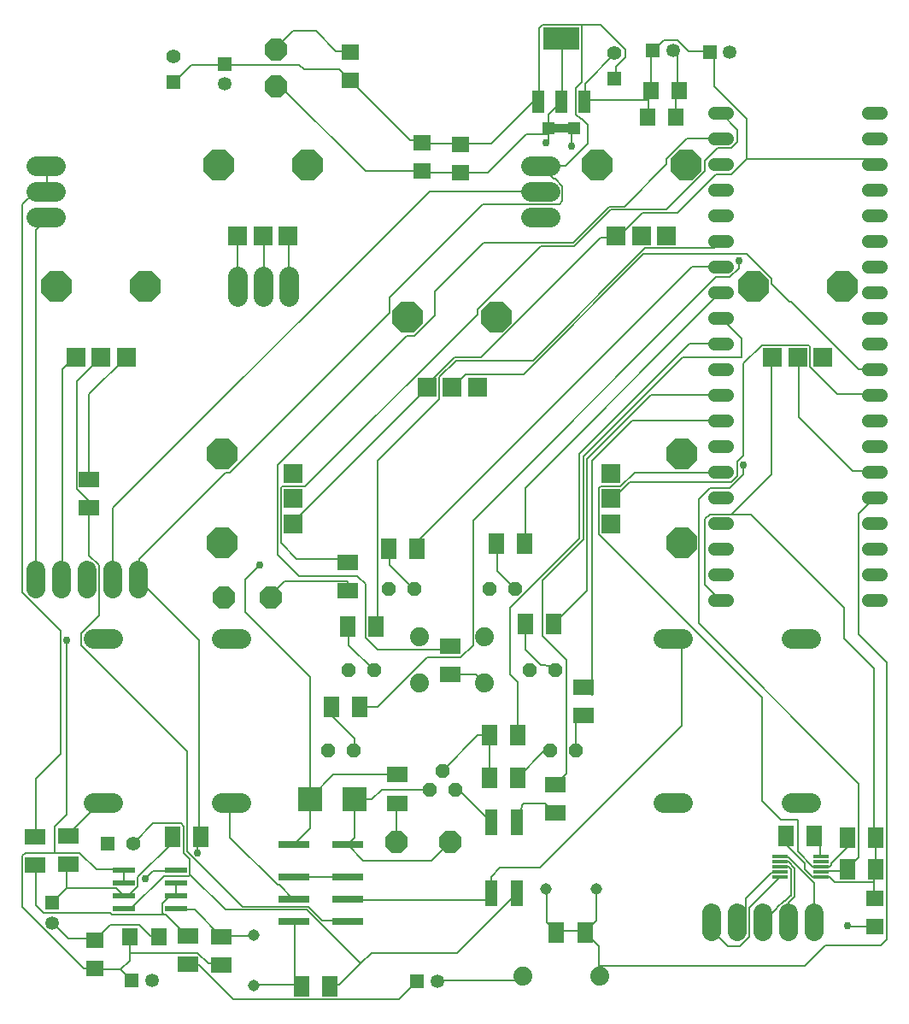
<source format=gbr>
G04 EAGLE Gerber X2 export*
%TF.Part,Single*%
%TF.FileFunction,Copper,L1,Top,Mixed*%
%TF.FilePolarity,Positive*%
%TF.GenerationSoftware,Autodesk,EAGLE,9.2.2*%
%TF.CreationDate,2019-03-16T21:44:51Z*%
G75*
%MOMM*%
%FSLAX34Y34*%
%LPD*%
%INTop Copper*%
%AMOC8*
5,1,8,0,0,1.08239X$1,22.5*%
G01*
%ADD10P,2.336880X8X202.500000*%
%ADD11R,1.350000X1.350000*%
%ADD12C,1.350000*%
%ADD13R,1.800000X1.600000*%
%ADD14R,1.600000X1.800000*%
%ADD15R,2.400000X2.400000*%
%ADD16C,1.408000*%
%ADD17R,1.408000X1.408000*%
%ADD18C,1.950000*%
%ADD19R,3.100000X0.800000*%
%ADD20R,1.270000X2.540000*%
%ADD21P,2.336880X8X22.500000*%
%ADD22P,1.429621X8X22.500000*%
%ADD23R,2.000000X1.600000*%
%ADD24R,1.600000X2.000000*%
%ADD25C,1.308000*%
%ADD26R,1.879600X1.879600*%
%ADD27P,3.247170X8X292.500000*%
%ADD28P,3.247170X8X22.500000*%
%ADD29P,3.247170X8X202.500000*%
%ADD30R,1.524000X0.330200*%
%ADD31R,1.270000X1.270000*%
%ADD32C,0.812800*%
%ADD33R,1.219200X2.235200*%
%ADD34R,3.600000X2.200000*%
%ADD35P,1.429621X8X202.500000*%
%ADD36C,1.879600*%
%ADD37C,1.955800*%
%ADD38C,1.879600*%
%ADD39R,2.200000X0.600000*%
%ADD40C,1.143000*%
%ADD41C,0.152400*%
%ADD42C,0.756400*%


D10*
X267672Y964694D03*
X267672Y928475D03*
D11*
X697770Y962330D03*
D12*
X717770Y962330D03*
D13*
X412595Y872038D03*
X412595Y844038D03*
X450737Y870599D03*
X450737Y842599D03*
D14*
X636299Y897536D03*
X664299Y897536D03*
X639425Y923765D03*
X667425Y923765D03*
D11*
X641639Y964091D03*
D12*
X661639Y964091D03*
D11*
X217134Y950560D03*
D12*
X217134Y930560D03*
D13*
X861632Y96183D03*
X861632Y124183D03*
D15*
X302066Y221866D03*
X346066Y221866D03*
D16*
X603556Y960896D03*
D17*
X603556Y935496D03*
D16*
X166692Y957507D03*
D17*
X166692Y932107D03*
D18*
X106250Y218850D02*
X86750Y218850D01*
X86750Y381150D02*
X106250Y381150D01*
X213750Y218850D02*
X233250Y218850D01*
X233250Y381150D02*
X213750Y381150D01*
D19*
X285941Y176872D03*
X285941Y144872D03*
X285941Y122872D03*
X285941Y100872D03*
X338941Y176872D03*
X338941Y144872D03*
X338941Y122872D03*
X338941Y100872D03*
D20*
X506899Y199394D03*
X481499Y199394D03*
X481499Y129394D03*
X506899Y129394D03*
D10*
X216767Y421827D03*
D21*
X263210Y421692D03*
D18*
X778750Y381150D02*
X798250Y381150D01*
X798250Y218850D02*
X778750Y218850D01*
X671250Y381150D02*
X651750Y381150D01*
X651750Y218850D02*
X671250Y218850D01*
D22*
X445478Y231057D03*
X432778Y250107D03*
X420078Y231057D03*
D23*
X440330Y346012D03*
X440330Y374012D03*
X572942Y333354D03*
X572942Y305354D03*
D24*
X543071Y395345D03*
X515071Y395345D03*
X514224Y474884D03*
X486224Y474884D03*
X408047Y470244D03*
X380047Y470244D03*
D23*
X387866Y218297D03*
X387866Y246297D03*
D24*
X507599Y243633D03*
X479599Y243633D03*
X479612Y285242D03*
X507612Y285242D03*
D23*
X544610Y208286D03*
X544610Y236286D03*
X339206Y429029D03*
X339206Y457029D03*
X82949Y510767D03*
X82949Y538767D03*
D24*
X862692Y184359D03*
X834692Y184359D03*
X862517Y153087D03*
X834517Y153087D03*
X773725Y186046D03*
X801725Y186046D03*
D13*
X341487Y962099D03*
X341487Y934099D03*
D25*
X702260Y901700D02*
X715340Y901700D01*
X715340Y876300D02*
X702260Y876300D01*
X702260Y850900D02*
X715340Y850900D01*
X715340Y825500D02*
X702260Y825500D01*
X702260Y800100D02*
X715340Y800100D01*
X715340Y774700D02*
X702260Y774700D01*
X702260Y749300D02*
X715340Y749300D01*
X715340Y723900D02*
X702260Y723900D01*
X702260Y698500D02*
X715340Y698500D01*
X715340Y673100D02*
X702260Y673100D01*
X702260Y647700D02*
X715340Y647700D01*
X715340Y622300D02*
X702260Y622300D01*
X702260Y596900D02*
X715340Y596900D01*
X715340Y571500D02*
X702260Y571500D01*
X702260Y546100D02*
X715340Y546100D01*
X715340Y520700D02*
X702260Y520700D01*
X702260Y495300D02*
X715340Y495300D01*
X715340Y469900D02*
X702260Y469900D01*
X702260Y444500D02*
X715340Y444500D01*
X715340Y419100D02*
X702260Y419100D01*
X854660Y901700D02*
X867740Y901700D01*
X867740Y876300D02*
X854660Y876300D01*
X854660Y850900D02*
X867740Y850900D01*
X867740Y825500D02*
X854660Y825500D01*
X854660Y800100D02*
X867740Y800100D01*
X867740Y774700D02*
X854660Y774700D01*
X854660Y749300D02*
X867740Y749300D01*
X867740Y723900D02*
X854660Y723900D01*
X854660Y698500D02*
X867740Y698500D01*
X867740Y673100D02*
X854660Y673100D01*
X854660Y647700D02*
X867740Y647700D01*
X867740Y622300D02*
X854660Y622300D01*
X854660Y596900D02*
X867740Y596900D01*
X867740Y571500D02*
X854660Y571500D01*
X854660Y546100D02*
X867740Y546100D01*
X867740Y520700D02*
X854660Y520700D01*
X854660Y495300D02*
X867740Y495300D01*
X867740Y469900D02*
X854660Y469900D01*
X854660Y444500D02*
X867740Y444500D01*
X867740Y419100D02*
X854660Y419100D01*
D26*
X760000Y660000D03*
X785000Y660000D03*
X810000Y660000D03*
D27*
X741000Y730000D03*
X829000Y730000D03*
D26*
X285000Y495000D03*
X285000Y520000D03*
X285000Y545000D03*
D28*
X215000Y476000D03*
X215000Y564000D03*
D26*
X605000Y780000D03*
X630000Y780000D03*
X655000Y780000D03*
D27*
X586000Y850000D03*
X674000Y850000D03*
D26*
X600000Y545000D03*
X600000Y520000D03*
X600000Y495000D03*
D29*
X670000Y564000D03*
X670000Y476000D03*
D26*
X417500Y630000D03*
X442500Y630000D03*
X467500Y630000D03*
D27*
X398500Y700000D03*
X486500Y700000D03*
D30*
X808423Y145206D03*
X808423Y150032D03*
X808423Y155112D03*
X808423Y160192D03*
X808423Y165018D03*
X767783Y165018D03*
X767783Y160192D03*
X767783Y155112D03*
X767783Y150032D03*
X767783Y145206D03*
D26*
X69588Y660000D03*
X94588Y660000D03*
X119588Y660000D03*
D27*
X50588Y730000D03*
X138588Y730000D03*
D31*
X537690Y887107D03*
X563090Y887107D03*
D32*
X537690Y887107D01*
D33*
X527613Y913320D03*
X550727Y913320D03*
X573841Y913320D03*
D34*
X550727Y975298D03*
D35*
X405200Y430000D03*
X379800Y430000D03*
X505200Y430000D03*
X479800Y430000D03*
X545200Y350000D03*
X519800Y350000D03*
X565200Y270000D03*
X539800Y270000D03*
D24*
X367462Y393482D03*
X339462Y393482D03*
X350787Y313218D03*
X322787Y313218D03*
D35*
X365200Y350000D03*
X339800Y350000D03*
X345200Y270000D03*
X319800Y270000D03*
D36*
X30000Y430602D02*
X30000Y449398D01*
X55400Y449398D02*
X55400Y430602D01*
X80800Y430602D02*
X80800Y449398D01*
X106200Y449398D02*
X106200Y430602D01*
X131600Y430602D02*
X131600Y449398D01*
D37*
X49887Y799030D02*
X30329Y799030D01*
X30329Y824430D02*
X49887Y824430D01*
X49887Y849830D02*
X30329Y849830D01*
X520329Y799030D02*
X539887Y799030D01*
X539887Y824430D02*
X520329Y824430D01*
X520329Y849830D02*
X539887Y849830D01*
X280908Y739891D02*
X280908Y720333D01*
X255508Y720333D02*
X255508Y739891D01*
X230108Y739891D02*
X230108Y720333D01*
D26*
X230000Y780000D03*
X255000Y780000D03*
X280000Y780000D03*
D27*
X211000Y850000D03*
X299000Y850000D03*
D38*
X475012Y382606D03*
X409988Y382606D03*
X475012Y337394D03*
X409988Y337394D03*
D24*
X193342Y184719D03*
X165342Y184719D03*
D23*
X62093Y185973D03*
X62093Y157973D03*
D11*
X46555Y119279D03*
D12*
X46555Y99279D03*
D16*
X126508Y178437D03*
D17*
X101108Y178437D03*
D11*
X125012Y42305D03*
D12*
X145012Y42305D03*
D13*
X88787Y54753D03*
X88787Y82753D03*
D14*
X123599Y85679D03*
X151599Y85679D03*
D39*
X116899Y139581D03*
X168899Y139581D03*
X116899Y152281D03*
X116899Y126881D03*
X116899Y114181D03*
X168899Y152281D03*
X168899Y126881D03*
X168899Y114181D03*
D40*
X245740Y37760D03*
X245740Y87760D03*
D23*
X213937Y86198D03*
X213937Y58198D03*
D24*
X293606Y36948D03*
X321606Y36948D03*
D11*
X407684Y41418D03*
D12*
X427684Y41418D03*
D38*
X512962Y47018D03*
X589162Y47018D03*
D24*
X574127Y90316D03*
X546127Y90316D03*
D40*
X535693Y133163D03*
X585693Y133163D03*
D23*
X180608Y58405D03*
X180608Y86405D03*
X29055Y185092D03*
X29055Y157092D03*
D36*
X700000Y109398D02*
X700000Y90602D01*
X725400Y90602D02*
X725400Y109398D01*
X750800Y109398D02*
X750800Y90602D01*
X776200Y90602D02*
X776200Y109398D01*
X801600Y109398D02*
X801600Y90602D01*
D21*
X387296Y179972D03*
X440846Y179972D03*
D41*
X167640Y150876D02*
X146304Y150876D01*
X138684Y143256D01*
X167640Y150876D02*
X168899Y152281D01*
X192024Y185928D02*
X192024Y379476D01*
X132588Y438912D01*
X192024Y185928D02*
X193342Y184719D01*
X132588Y438912D02*
X131600Y440000D01*
X190500Y182880D02*
X190500Y169164D01*
X190500Y182880D02*
X192024Y184404D01*
X193342Y184719D01*
X413004Y871728D02*
X449580Y871728D01*
X450737Y870599D01*
X413004Y871728D02*
X412595Y872038D01*
X411480Y873252D02*
X409956Y874776D01*
X411480Y873252D02*
X412595Y872038D01*
X450737Y870599D02*
X451104Y870204D01*
X217932Y545592D02*
X132588Y460248D01*
X217932Y545592D02*
X222504Y545592D01*
X381000Y704088D01*
X381000Y719328D01*
D42*
X138684Y143256D03*
X190500Y169164D03*
D41*
X548778Y811517D02*
X551952Y814691D01*
X132588Y440988D02*
X131600Y440000D01*
X132588Y440988D02*
X132588Y460248D01*
X381000Y719328D02*
X473189Y811517D01*
X548778Y811517D01*
X216408Y949452D02*
X184404Y949452D01*
X167640Y932688D01*
X216408Y949452D02*
X217134Y950560D01*
X167640Y932688D02*
X166692Y932107D01*
X400812Y874776D02*
X409956Y874776D01*
X412595Y872038D01*
X291084Y949452D02*
X217932Y949452D01*
X291084Y949452D02*
X295656Y944880D01*
X330708Y944880D01*
X341376Y934212D01*
X217932Y949452D02*
X217134Y950560D01*
X341376Y934212D02*
X341487Y934099D01*
X522732Y912876D02*
X527304Y912876D01*
X522732Y912876D02*
X481584Y871728D01*
X451104Y871728D01*
X527304Y912876D02*
X527613Y913320D01*
X451104Y871728D02*
X450737Y870599D01*
X605028Y935736D02*
X605028Y947928D01*
X614172Y957072D01*
X614172Y964692D01*
X589788Y989076D01*
X571500Y989076D02*
X531876Y989076D01*
X571500Y989076D02*
X589788Y989076D01*
X531876Y989076D02*
X528828Y986028D01*
X528828Y914400D01*
X603556Y935496D02*
X605028Y935736D01*
X528828Y914400D02*
X527613Y913320D01*
X571500Y932688D02*
X571500Y989076D01*
X571500Y932688D02*
X565404Y926592D01*
X565404Y900684D01*
X569976Y896112D01*
X571500Y896112D01*
X577044Y890568D01*
X400812Y874776D02*
X341489Y934099D01*
X341487Y934099D01*
X543443Y836495D02*
X544885Y836495D01*
X543443Y836495D02*
X530108Y849830D01*
X551952Y829427D02*
X551952Y814691D01*
X551952Y829427D02*
X544885Y836495D01*
X555344Y849830D02*
X530108Y849830D01*
X555344Y849830D02*
X577044Y871530D01*
X577044Y890568D01*
X507492Y338328D02*
X507492Y286512D01*
X507492Y338328D02*
X499872Y345948D01*
X499872Y411480D01*
X568569Y480177D01*
X507492Y286512D02*
X507612Y285242D01*
X677653Y673100D02*
X708800Y673100D01*
X568569Y564016D02*
X568569Y480177D01*
X568569Y564016D02*
X677653Y673100D01*
X531876Y384048D02*
X556074Y359850D01*
X531876Y384048D02*
X531876Y438912D01*
X572711Y479747D01*
X572711Y561887D01*
X670767Y659943D01*
X729102Y659943D01*
X729102Y678198D01*
X708800Y698500D01*
X556074Y359850D02*
X556074Y247750D01*
X544610Y236286D01*
X466344Y345948D02*
X440436Y345948D01*
X466344Y345948D02*
X473964Y338328D01*
X440436Y345948D02*
X440330Y346012D01*
X473964Y338328D02*
X475012Y337394D01*
X339189Y437833D02*
X276357Y437833D01*
X339189Y437833D02*
X339206Y429029D01*
X263210Y424685D02*
X263210Y421692D01*
X263210Y424685D02*
X276357Y437833D01*
X286512Y38100D02*
X246888Y38100D01*
X286512Y38100D02*
X292608Y38100D01*
X293606Y36948D01*
X246888Y38100D02*
X245740Y37760D01*
X286512Y38100D02*
X286512Y100584D01*
X285941Y100872D01*
X286512Y38100D02*
X293606Y36948D01*
X94588Y660000D02*
X94488Y661416D01*
X313944Y102108D02*
X338328Y102108D01*
X313944Y102108D02*
X300228Y115824D01*
X234696Y115824D01*
X179832Y170688D01*
X179832Y269748D01*
X338328Y102108D02*
X338941Y100872D01*
X82949Y510767D02*
X82949Y517534D01*
X70663Y529820D01*
X70663Y636075D01*
X94588Y660000D01*
X82949Y510767D02*
X82949Y463773D01*
X92484Y454238D01*
X92484Y403906D01*
X74714Y386136D01*
X74714Y374866D01*
X179832Y269748D01*
X387296Y217726D02*
X387296Y179972D01*
X387296Y217726D02*
X387866Y218297D01*
X345948Y220980D02*
X345948Y184404D01*
X339852Y178308D01*
X345948Y220980D02*
X346066Y221866D01*
X339852Y178308D02*
X338941Y176872D01*
X346066Y221866D02*
X347446Y221866D01*
X346066Y221866D02*
X363087Y221866D01*
X372849Y231628D01*
X419507Y231628D02*
X420078Y231057D01*
X419507Y231628D02*
X372849Y231628D01*
X338941Y176872D02*
X354596Y161217D01*
X422092Y161217D02*
X440846Y179972D01*
X422092Y161217D02*
X354596Y161217D01*
X480060Y243840D02*
X480060Y284988D01*
X480060Y243840D02*
X479599Y243633D01*
X480060Y284988D02*
X479612Y285242D01*
X467913Y285242D01*
X432778Y250107D01*
X512614Y217932D02*
X534305Y217932D01*
X544610Y208286D01*
X512614Y217932D02*
X506899Y199394D01*
X284988Y123444D02*
X271272Y137160D01*
X269748Y137160D01*
X222504Y184404D01*
X222504Y217932D01*
X284988Y123444D02*
X285941Y122872D01*
X222504Y217932D02*
X223500Y218850D01*
X339852Y121920D02*
X478970Y121920D01*
X481499Y129394D01*
X339852Y121920D02*
X338941Y122872D01*
X670560Y295129D02*
X670560Y381000D01*
X670560Y295129D02*
X529555Y154124D01*
X489684Y154124D01*
X661500Y381150D02*
X670560Y381000D01*
X489684Y154124D02*
X481499Y145105D01*
X481499Y129394D01*
X330708Y38100D02*
X323088Y38100D01*
X330708Y38100D02*
X352044Y59436D01*
X323088Y38100D02*
X321606Y36948D01*
X413004Y842772D02*
X449580Y842772D01*
X413004Y842772D02*
X412595Y844038D01*
X449580Y842772D02*
X450737Y842599D01*
X88392Y83820D02*
X62484Y83820D01*
X47244Y99060D01*
X88392Y83820D02*
X88787Y82753D01*
X47244Y99060D02*
X46555Y99279D01*
X143256Y86868D02*
X150876Y86868D01*
X143256Y86868D02*
X132588Y97536D01*
X103632Y97536D01*
X89916Y83820D01*
X150876Y86868D02*
X151599Y85679D01*
X89916Y83820D02*
X88787Y82753D01*
X62484Y187452D02*
X94488Y219456D01*
X62484Y187452D02*
X62093Y185973D01*
X94488Y219456D02*
X96500Y218850D01*
X117348Y114300D02*
X124968Y114300D01*
X156972Y146304D01*
X181356Y146304D01*
X182880Y147828D01*
X182880Y163068D01*
X176784Y169164D01*
X176784Y195072D01*
X173736Y198120D01*
X146304Y198120D01*
X128016Y179832D01*
X117348Y114300D02*
X116899Y114181D01*
X126508Y178437D02*
X128016Y179832D01*
X298704Y112776D02*
X352044Y59436D01*
X298704Y112776D02*
X217932Y112776D01*
X182880Y147828D01*
X835064Y96183D02*
X861632Y96183D01*
X835064Y96183D02*
X834215Y97033D01*
D42*
X834215Y97033D03*
D41*
X700000Y100000D02*
X700000Y92984D01*
X728032Y76710D02*
X737084Y85762D01*
X728032Y76710D02*
X716274Y76710D01*
X700000Y92984D01*
X737084Y114507D02*
X767783Y145206D01*
X737084Y114507D02*
X737084Y85762D01*
X551688Y914400D02*
X551688Y973836D01*
X551688Y914400D02*
X550727Y913320D01*
X551688Y973836D02*
X550727Y975298D01*
X550727Y913320D02*
X550164Y912876D01*
X537690Y887107D02*
X537690Y880757D01*
X537690Y874406D01*
X535845Y872562D01*
D42*
X535845Y872562D03*
D41*
X537690Y900283D02*
X550727Y913320D01*
X537690Y900283D02*
X537690Y887107D01*
X537690Y886746D01*
X450909Y842772D02*
X450737Y842599D01*
X450909Y842772D02*
X477797Y842772D01*
X515783Y880757D01*
X537690Y880757D01*
X272437Y928475D02*
X267672Y928475D01*
X272437Y928475D02*
X356874Y844038D01*
X412595Y844038D01*
X362608Y70000D02*
X352044Y59436D01*
X447506Y70000D02*
X506899Y129394D01*
X447506Y70000D02*
X362608Y70000D01*
X664464Y897636D02*
X664464Y922020D01*
X665988Y923544D01*
X664464Y897636D02*
X664299Y897536D01*
X665988Y923544D02*
X667425Y923765D01*
X665988Y925068D02*
X665988Y960120D01*
X662940Y963168D01*
X665988Y925068D02*
X667425Y923765D01*
X662940Y963168D02*
X661639Y964091D01*
X563090Y887107D02*
X560842Y884860D01*
X560842Y868664D01*
D42*
X560842Y868664D03*
D41*
X447657Y233236D02*
X445478Y231057D01*
X447657Y233236D02*
X481499Y199394D01*
X533966Y270000D02*
X539800Y270000D01*
X533966Y270000D02*
X507599Y243633D01*
X341376Y963168D02*
X327660Y963168D01*
X307848Y982980D01*
X284988Y982980D01*
X268224Y966216D01*
X341376Y963168D02*
X341487Y962099D01*
X268224Y966216D02*
X267672Y964694D01*
X800100Y144780D02*
X807720Y144780D01*
X800100Y144780D02*
X792480Y152400D01*
X792480Y158496D01*
X774192Y176784D01*
X774192Y185928D01*
X807720Y144780D02*
X808423Y145206D01*
X774192Y185928D02*
X773725Y186046D01*
X809244Y144780D02*
X816864Y144780D01*
X809244Y144780D02*
X808423Y145206D01*
X738630Y504444D02*
X719328Y504444D01*
X697992Y504444D01*
X693420Y499872D01*
X693420Y434340D01*
X708660Y419100D01*
X708800Y419100D01*
X758952Y544068D02*
X758952Y659892D01*
X758952Y544068D02*
X719328Y504444D01*
X758952Y659892D02*
X760000Y660000D01*
X608076Y780288D02*
X605028Y780288D01*
X608076Y780288D02*
X630936Y803148D01*
X665988Y803148D01*
X704088Y841248D01*
X719328Y841248D01*
X734568Y856488D01*
X605028Y780288D02*
X605000Y780000D01*
X301752Y220980D02*
X301752Y193548D01*
X286512Y178308D01*
X301752Y220980D02*
X302066Y221866D01*
X286512Y178308D02*
X285941Y176872D01*
X286512Y495300D02*
X286512Y498348D01*
X417576Y629412D01*
X286512Y495300D02*
X285000Y495000D01*
X417576Y629412D02*
X417500Y630000D01*
X301752Y343422D02*
X301752Y223215D01*
X301752Y222504D01*
X301752Y343422D02*
X237893Y407281D01*
X237893Y439993D01*
X251652Y453752D01*
X301752Y222504D02*
X302066Y221866D01*
X589788Y778764D02*
X603504Y778764D01*
X589788Y778764D02*
X470916Y659892D01*
X445008Y659892D01*
X416052Y630936D01*
X603504Y778764D02*
X605000Y780000D01*
X417500Y630000D02*
X416052Y630936D01*
D42*
X251652Y453752D03*
D41*
X861060Y152400D02*
X861060Y140208D01*
X861060Y124192D01*
X861632Y124183D01*
X861060Y152400D02*
X862517Y153087D01*
X862584Y153924D02*
X862584Y182880D01*
X862692Y184359D01*
X862584Y153924D02*
X862517Y153087D01*
X861060Y140208D02*
X821436Y140208D01*
X816864Y144780D01*
X860812Y351337D02*
X830970Y381179D01*
X830970Y412104D01*
X860812Y351337D02*
X860812Y186238D01*
X862692Y184359D01*
X574548Y914400D02*
X574548Y931164D01*
X603504Y960120D01*
X603556Y960896D01*
X637032Y922020D02*
X637032Y914400D01*
X637032Y897636D01*
X637032Y922020D02*
X638556Y923544D01*
X637032Y897636D02*
X636299Y897536D01*
X638556Y923544D02*
X639425Y923765D01*
X676656Y963168D02*
X697678Y963168D01*
X676656Y963168D02*
X665988Y973836D01*
X652272Y973836D01*
X643128Y964692D01*
X697678Y963168D02*
X697770Y962330D01*
X643128Y964692D02*
X641639Y964091D01*
X640080Y961644D02*
X640080Y925068D01*
X640080Y961644D02*
X641604Y963168D01*
X640080Y925068D02*
X639425Y923765D01*
X641604Y963168D02*
X641639Y964091D01*
X637032Y914400D02*
X574548Y914400D01*
X573841Y913320D01*
X702564Y928116D02*
X702564Y962111D01*
X702564Y928116D02*
X734568Y896112D01*
X734568Y856488D01*
X702564Y962111D02*
X697770Y962330D01*
X734568Y856488D02*
X856488Y856488D01*
X861060Y851916D01*
X861200Y850900D01*
X738630Y504444D02*
X830970Y412104D01*
X387866Y246297D02*
X324833Y246297D01*
X301752Y223215D01*
X767783Y165018D02*
X768209Y164592D01*
X801600Y138969D02*
X801600Y100000D01*
X775977Y164592D02*
X768209Y164592D01*
X775977Y164592D02*
X801600Y138969D01*
X781812Y153924D02*
X775716Y160020D01*
X776200Y119617D02*
X776200Y100000D01*
X776200Y119617D02*
X781812Y125229D01*
X781812Y153924D01*
X775716Y160020D02*
X767955Y160020D01*
X767783Y160192D01*
X768096Y155448D02*
X775716Y155448D01*
X778764Y152400D01*
X778764Y127638D02*
X778764Y126492D01*
X778764Y127638D02*
X778764Y152400D01*
X768096Y155448D02*
X767783Y155112D01*
X778764Y127638D02*
X772208Y121082D01*
X771360Y121082D01*
X764516Y114238D01*
X764516Y113716D01*
X750800Y100000D01*
X734036Y108636D02*
X725400Y100000D01*
X734036Y108636D02*
X734036Y123963D01*
X767103Y149352D02*
X767783Y150032D01*
X767103Y149352D02*
X759425Y149352D01*
X734036Y123963D01*
X785401Y170147D02*
X800100Y155448D01*
X785401Y170147D02*
X785401Y201776D01*
X609600Y531876D02*
X623316Y545592D01*
X609600Y531876D02*
X589788Y531876D01*
X588264Y530352D01*
X588264Y484632D01*
X833628Y182880D02*
X833628Y173736D01*
X818388Y158496D01*
X818388Y156972D01*
X816864Y155448D01*
X809244Y155448D01*
X833628Y182880D02*
X834692Y184359D01*
X809244Y155448D02*
X808423Y155112D01*
X708292Y545592D02*
X708800Y546100D01*
X708292Y545592D02*
X623316Y545592D01*
X800100Y155448D02*
X808087Y155448D01*
X808423Y155112D01*
X785401Y201776D02*
X768123Y201776D01*
X749808Y220091D01*
X749808Y323088D01*
X588264Y484632D01*
X809244Y150876D02*
X808423Y150032D01*
X833855Y152488D02*
X834517Y153087D01*
X731520Y544068D02*
X731520Y553212D01*
X731520Y544068D02*
X717804Y530352D01*
X697992Y530352D01*
X687324Y519684D01*
X687324Y396240D01*
D42*
X731520Y553212D03*
D41*
X809244Y150876D02*
X832104Y150876D01*
X833628Y152400D01*
X834517Y153087D01*
X845820Y164390D01*
X845820Y237744D01*
X687324Y396240D01*
X786384Y600456D02*
X786384Y659892D01*
X785000Y660000D01*
X839724Y547116D02*
X861060Y547116D01*
X839724Y547116D02*
X786384Y600456D01*
X861060Y547116D02*
X861200Y546100D01*
X797052Y650748D02*
X797052Y670560D01*
X795528Y672084D01*
X749808Y672084D01*
X731520Y653796D01*
X731520Y562356D01*
X725424Y556260D01*
X725424Y542544D01*
X719328Y536448D01*
X618744Y536448D01*
X603504Y521208D01*
X600456Y521208D01*
X600000Y520000D01*
X824484Y623316D02*
X861060Y623316D01*
X824484Y623316D02*
X797052Y650748D01*
X861060Y623316D02*
X861200Y622300D01*
X778764Y714756D02*
X777240Y714756D01*
X758952Y733044D01*
X758952Y737616D01*
X734568Y762000D01*
X632460Y762000D01*
X513588Y643128D01*
X455676Y643128D01*
X443484Y630936D01*
X442500Y630000D01*
X845820Y647700D02*
X861200Y647700D01*
X845820Y647700D02*
X778764Y714756D01*
X119588Y660000D02*
X82949Y623361D01*
X82949Y538767D01*
X272796Y475756D02*
X288304Y460248D01*
X272796Y475756D02*
X272796Y530352D01*
X274320Y531876D01*
X297180Y531876D01*
X467868Y702564D01*
X467868Y707136D01*
X563490Y770074D02*
X599613Y806196D01*
X655320Y806196D01*
X693420Y844296D01*
X693420Y854964D01*
X705612Y867156D01*
X719328Y867156D01*
X563490Y770074D02*
X530806Y770074D01*
X467868Y707136D01*
X335987Y460248D02*
X288304Y460248D01*
X335987Y460248D02*
X339206Y457029D01*
X719328Y867156D02*
X725424Y873252D01*
X725424Y885076D02*
X708800Y901700D01*
X725424Y885076D02*
X725424Y873252D01*
X356593Y382547D02*
X368808Y370332D01*
X356593Y382547D02*
X356593Y435107D01*
X348783Y442917D01*
X290785Y442917D01*
X269748Y463954D01*
X269748Y553212D01*
X397764Y681228D01*
X405384Y681228D01*
X425196Y701040D01*
X425196Y724774D01*
X655320Y851527D02*
X655320Y856488D01*
X655320Y851527D02*
X613037Y809244D01*
X598350Y809244D02*
X562232Y773127D01*
X598350Y809244D02*
X613037Y809244D01*
X473549Y773127D02*
X425196Y724774D01*
X440330Y374012D02*
X436650Y370332D01*
X368808Y370332D01*
X473549Y773127D02*
X562232Y773127D01*
X675132Y876300D02*
X708800Y876300D01*
X675132Y876300D02*
X655320Y856488D01*
X573024Y91440D02*
X547116Y91440D01*
X546127Y90316D01*
X573024Y91440D02*
X574127Y90316D01*
X536448Y100584D02*
X536448Y132588D01*
X536448Y100584D02*
X545592Y91440D01*
X536448Y132588D02*
X535693Y133163D01*
X545592Y91440D02*
X546127Y90316D01*
X585216Y102108D02*
X585216Y132588D01*
X585216Y102108D02*
X574548Y91440D01*
X585216Y132588D02*
X585693Y133163D01*
X574548Y91440D02*
X574127Y90316D01*
X588264Y76200D02*
X588264Y57322D01*
X588264Y56388D01*
X588264Y47244D01*
X588264Y76200D02*
X574548Y89916D01*
X588264Y47244D02*
X589162Y47018D01*
X574548Y89916D02*
X574127Y90316D01*
X845820Y385572D02*
X873719Y357673D01*
X873719Y83131D01*
X867723Y77134D01*
X812116Y77134D01*
X792304Y57322D01*
X588264Y57322D01*
X588264Y56388D02*
X589162Y47018D01*
X845820Y385572D02*
X845820Y505320D01*
X861200Y520700D01*
X807720Y181356D02*
X807720Y166116D01*
X807720Y181356D02*
X803148Y185928D01*
X807720Y166116D02*
X808423Y165018D01*
X803148Y185928D02*
X801725Y186046D01*
X338328Y144780D02*
X286512Y144780D01*
X285941Y144872D01*
X338328Y144780D02*
X338941Y144872D01*
X515112Y475488D02*
X515112Y530352D01*
X708660Y723900D01*
X515112Y475488D02*
X514224Y474884D01*
X708660Y723900D02*
X708800Y723900D01*
X708800Y749300D02*
X680527Y749300D01*
X408047Y476821D01*
X408047Y470244D01*
X381000Y469392D02*
X381000Y454152D01*
X403860Y431292D01*
X381000Y469392D02*
X380047Y470244D01*
X403860Y431292D02*
X405200Y430000D01*
X487680Y448056D02*
X487680Y473964D01*
X487680Y448056D02*
X504444Y431292D01*
X487680Y473964D02*
X486224Y474884D01*
X504444Y431292D02*
X505200Y430000D01*
X515112Y394716D02*
X515112Y370332D01*
X530626Y354818D01*
X515112Y394716D02*
X515071Y395345D01*
X540902Y354298D02*
X545200Y350000D01*
X540902Y354298D02*
X530626Y354818D01*
X565200Y307583D02*
X572942Y305354D01*
X565200Y307583D02*
X565200Y270000D01*
X368808Y394716D02*
X368808Y557784D01*
X429768Y618744D01*
X429768Y640080D01*
X446532Y656844D01*
X522732Y656844D01*
X633984Y768096D01*
X702564Y768096D01*
X708660Y774192D01*
X368808Y394716D02*
X367462Y393482D01*
X708660Y774192D02*
X708800Y774700D01*
X368808Y313944D02*
X352044Y313944D01*
X368808Y313944D02*
X417576Y362712D01*
X451104Y362712D01*
X463296Y374904D01*
X463296Y498348D01*
X704088Y739140D01*
X717804Y739140D01*
X726948Y748284D01*
X726948Y755904D01*
X352044Y313944D02*
X350787Y313218D01*
D42*
X726948Y755904D03*
D41*
X339852Y393192D02*
X339852Y374904D01*
X364236Y350520D01*
X339852Y393192D02*
X339462Y393482D01*
X364236Y350520D02*
X365200Y350000D01*
X323088Y312420D02*
X323088Y304800D01*
X345948Y281940D01*
X323088Y312420D02*
X322787Y313218D01*
X345948Y281940D02*
X345200Y270000D01*
X56388Y440436D02*
X56388Y647700D01*
X68580Y659892D01*
X56388Y440436D02*
X55400Y440000D01*
X68580Y659892D02*
X69588Y660000D01*
X60960Y156972D02*
X60960Y134112D01*
X47244Y120396D01*
X60960Y156972D02*
X62093Y157973D01*
X47244Y120396D02*
X46555Y119279D01*
X164592Y178308D02*
X164592Y184404D01*
X164592Y178308D02*
X131064Y144780D01*
X131064Y135636D01*
X123444Y128016D01*
X117348Y128016D01*
X164592Y184404D02*
X165342Y184719D01*
X117348Y128016D02*
X116899Y126881D01*
X109728Y134112D02*
X60960Y134112D01*
X109728Y134112D02*
X115824Y128016D01*
X116899Y126881D01*
X117348Y140208D02*
X117348Y150876D01*
X117348Y140208D02*
X116899Y139581D01*
X117348Y150876D02*
X116899Y152281D01*
X114300Y53340D02*
X89916Y53340D01*
X114300Y53340D02*
X124968Y42672D01*
X89916Y53340D02*
X88787Y54753D01*
X124968Y42672D02*
X125012Y42305D01*
X123444Y62484D02*
X123444Y70104D01*
X123444Y85344D01*
X123444Y62484D02*
X114300Y53340D01*
X123444Y85344D02*
X123599Y85679D01*
X201168Y59436D02*
X213360Y59436D01*
X201168Y59436D02*
X190500Y70104D01*
X123444Y70104D01*
X213360Y59436D02*
X213937Y58198D01*
X115824Y152400D02*
X89916Y152400D01*
X73152Y169164D01*
X48768Y169164D02*
X19812Y169164D01*
X48768Y169164D02*
X73152Y169164D01*
X19812Y169164D02*
X16764Y166116D01*
X16764Y115824D01*
X77724Y54864D01*
X88392Y54864D01*
X115824Y152400D02*
X116899Y152281D01*
X88787Y54753D02*
X88392Y54864D01*
X60960Y207264D02*
X60960Y379476D01*
X60960Y207264D02*
X48768Y195072D01*
X48768Y169164D01*
D42*
X60960Y379476D03*
D41*
X106200Y440000D02*
X106680Y440480D01*
X420355Y824430D02*
X530108Y824430D01*
X106680Y510755D02*
X106680Y440480D01*
X106680Y510755D02*
X420355Y824430D01*
X158496Y108204D02*
X179832Y86868D01*
X158496Y108204D02*
X156972Y108204D01*
X155448Y109728D01*
X155448Y118872D01*
X163068Y126492D01*
X167640Y126492D01*
X179832Y86868D02*
X180608Y86405D01*
X167640Y126492D02*
X168899Y126881D01*
X30480Y117348D02*
X30480Y156972D01*
X30480Y117348D02*
X38100Y109728D01*
X103632Y109728D01*
X105156Y108204D01*
X156972Y108204D01*
X30480Y156972D02*
X29055Y157092D01*
X169164Y138684D02*
X169164Y128016D01*
X169164Y138684D02*
X168899Y139581D01*
X169164Y128016D02*
X168899Y126881D01*
X214884Y86868D02*
X245364Y86868D01*
X214884Y86868D02*
X213937Y86198D01*
X245364Y86868D02*
X245740Y87760D01*
X187452Y112776D02*
X169164Y112776D01*
X187452Y112776D02*
X213360Y86868D01*
X169164Y112776D02*
X168899Y114181D01*
X213360Y86868D02*
X213937Y86198D01*
X428244Y42672D02*
X509016Y42672D01*
X512064Y45720D01*
X428244Y42672D02*
X427684Y41418D01*
X512064Y45720D02*
X512962Y47018D01*
X192024Y57912D02*
X181356Y57912D01*
X192024Y57912D02*
X225552Y24384D01*
X390144Y24384D01*
X406908Y41148D01*
X181356Y57912D02*
X180608Y58405D01*
X406908Y41148D02*
X407684Y41418D01*
X30480Y440436D02*
X30480Y786384D01*
X39624Y795528D01*
X30480Y440436D02*
X30000Y440000D01*
X39624Y795528D02*
X40108Y799030D01*
X280416Y775716D02*
X280416Y728472D01*
X280416Y775716D02*
X280000Y780000D01*
X280908Y730112D02*
X280416Y728472D01*
X256032Y728472D02*
X256032Y775716D01*
X255000Y780000D01*
X255508Y730112D02*
X256032Y728472D01*
X230124Y728472D02*
X230124Y775716D01*
X230000Y780000D01*
X230108Y730112D02*
X230124Y728472D01*
X30480Y242316D02*
X30480Y185928D01*
X30480Y242316D02*
X54864Y266700D01*
X54864Y388620D01*
X16764Y426720D01*
X16764Y811000D01*
X30194Y824430D02*
X40108Y824430D01*
X30194Y824430D02*
X16764Y811000D01*
X30480Y185928D02*
X29055Y185092D01*
X41148Y822960D02*
X41148Y845820D01*
X40108Y849830D01*
X40108Y824430D02*
X41148Y822960D01*
X621291Y596900D02*
X708800Y596900D01*
X621291Y596900D02*
X581500Y557109D01*
X581500Y325581D01*
X572942Y333354D01*
X543071Y395345D02*
X576525Y428799D01*
X576525Y558767D01*
X640058Y622300D01*
X708800Y622300D01*
M02*

</source>
